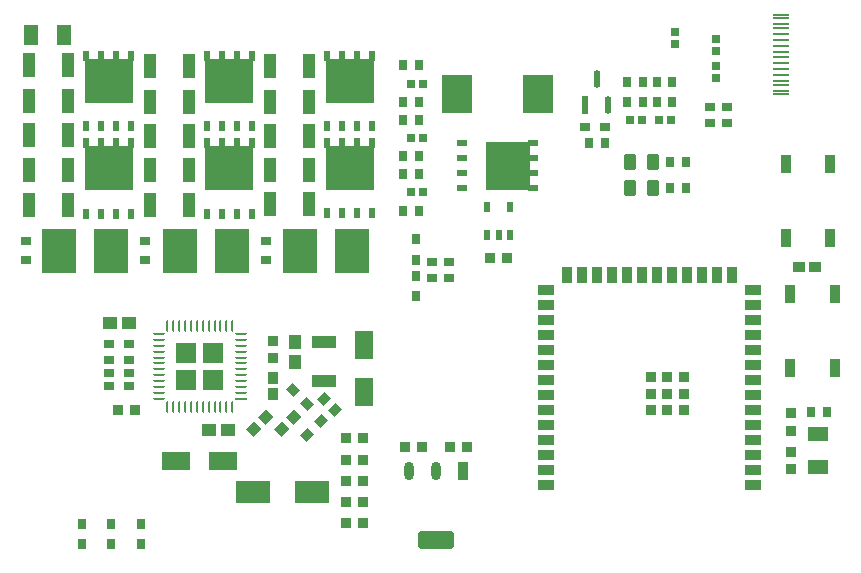
<source format=gtp>
G04*
G04 #@! TF.GenerationSoftware,Altium Limited,Altium Designer,24.0.1 (36)*
G04*
G04 Layer_Color=8421504*
%FSLAX44Y44*%
%MOMM*%
G71*
G04*
G04 #@! TF.SameCoordinates,05413D53-65B9-48FF-A265-3E5B4AF29DD5*
G04*
G04*
G04 #@! TF.FilePolarity,Positive*
G04*
G01*
G75*
%ADD19R,1.6602X1.6602*%
G04:AMPARAMS|DCode=20|XSize=0.9mm|YSize=0.8mm|CornerRadius=0mm|HoleSize=0mm|Usage=FLASHONLY|Rotation=225.000|XOffset=0mm|YOffset=0mm|HoleType=Round|Shape=Rectangle|*
%AMROTATEDRECTD20*
4,1,4,0.0354,0.6010,0.6010,0.0354,-0.0354,-0.6010,-0.6010,-0.0354,0.0354,0.6010,0.0*
%
%ADD20ROTATEDRECTD20*%

G04:AMPARAMS|DCode=21|XSize=0.9054mm|YSize=0.7554mm|CornerRadius=0mm|HoleSize=0mm|Usage=FLASHONLY|Rotation=225.000|XOffset=0mm|YOffset=0mm|HoleType=Round|Shape=Rectangle|*
%AMROTATEDRECTD21*
4,1,4,0.0530,0.5872,0.5872,0.0530,-0.0530,-0.5872,-0.5872,-0.0530,0.0530,0.5872,0.0*
%
%ADD21ROTATEDRECTD21*%

G04:AMPARAMS|DCode=22|XSize=0.9mm|YSize=0.8mm|CornerRadius=0mm|HoleSize=0mm|Usage=FLASHONLY|Rotation=135.000|XOffset=0mm|YOffset=0mm|HoleType=Round|Shape=Rectangle|*
%AMROTATEDRECTD22*
4,1,4,0.6010,-0.0354,0.0354,-0.6010,-0.6010,0.0354,-0.0354,0.6010,0.6010,-0.0354,0.0*
%
%ADD22ROTATEDRECTD22*%

G04:AMPARAMS|DCode=23|XSize=1.5596mm|YSize=3.1321mm|CornerRadius=0.4133mm|HoleSize=0mm|Usage=FLASHONLY|Rotation=270.000|XOffset=0mm|YOffset=0mm|HoleType=Round|Shape=RoundedRectangle|*
%AMROUNDEDRECTD23*
21,1,1.5596,2.3055,0,0,270.0*
21,1,0.7330,3.1321,0,0,270.0*
1,1,0.8266,-1.1528,-0.3665*
1,1,0.8266,-1.1528,0.3665*
1,1,0.8266,1.1528,0.3665*
1,1,0.8266,1.1528,-0.3665*
%
%ADD23ROUNDEDRECTD23*%
G04:AMPARAMS|DCode=24|XSize=1.5596mm|YSize=0.8321mm|CornerRadius=0.4161mm|HoleSize=0mm|Usage=FLASHONLY|Rotation=270.000|XOffset=0mm|YOffset=0mm|HoleType=Round|Shape=RoundedRectangle|*
%AMROUNDEDRECTD24*
21,1,1.5596,0.0000,0,0,270.0*
21,1,0.7275,0.8321,0,0,270.0*
1,1,0.8321,0.0000,-0.3638*
1,1,0.8321,0.0000,0.3638*
1,1,0.8321,0.0000,0.3638*
1,1,0.8321,0.0000,-0.3638*
%
%ADD24ROUNDEDRECTD24*%
%ADD25R,0.8321X1.5596*%
%ADD26R,0.8000X0.9000*%
%ADD27R,0.9054X0.7554*%
%ADD28R,1.0581X0.9121*%
%ADD29R,1.1000X2.0500*%
%ADD30R,0.6654X0.6725*%
G04:AMPARAMS|DCode=31|XSize=1.3401mm|YSize=0.9401mm|CornerRadius=0.0451mm|HoleSize=0mm|Usage=FLASHONLY|Rotation=90.000|XOffset=0mm|YOffset=0mm|HoleType=Round|Shape=RoundedRectangle|*
%AMROUNDEDRECTD31*
21,1,1.3401,0.8500,0,0,90.0*
21,1,1.2500,0.9401,0,0,90.0*
1,1,0.0901,0.4250,0.6250*
1,1,0.0901,0.4250,-0.6250*
1,1,0.0901,-0.4250,-0.6250*
1,1,0.0901,-0.4250,0.6250*
%
%ADD31ROUNDEDRECTD31*%
%ADD32R,0.7554X0.9054*%
%ADD33R,0.9355X1.6355*%
%ADD34R,1.2602X1.7382*%
%ADD35R,0.9581X0.9121*%
%ADD36R,0.9000X0.8000*%
%ADD37R,0.9544X0.7544*%
%ADD38R,2.9208X3.8208*%
%ADD39R,1.4732X0.2932*%
G04:AMPARAMS|DCode=40|XSize=0.2393mm|YSize=1.0096mm|CornerRadius=0.1196mm|HoleSize=0mm|Usage=FLASHONLY|Rotation=180.000|XOffset=0mm|YOffset=0mm|HoleType=Round|Shape=RoundedRectangle|*
%AMROUNDEDRECTD40*
21,1,0.2393,0.7704,0,0,180.0*
21,1,0.0000,1.0096,0,0,180.0*
1,1,0.2393,0.0000,0.3852*
1,1,0.2393,0.0000,0.3852*
1,1,0.2393,0.0000,-0.3852*
1,1,0.2393,0.0000,-0.3852*
%
%ADD40ROUNDEDRECTD40*%
G04:AMPARAMS|DCode=41|XSize=1.0096mm|YSize=0.2393mm|CornerRadius=0.1196mm|HoleSize=0mm|Usage=FLASHONLY|Rotation=180.000|XOffset=0mm|YOffset=0mm|HoleType=Round|Shape=RoundedRectangle|*
%AMROUNDEDRECTD41*
21,1,1.0096,0.0000,0,0,180.0*
21,1,0.7704,0.2393,0,0,180.0*
1,1,0.2393,-0.3852,0.0000*
1,1,0.2393,0.3852,0.0000*
1,1,0.2393,0.3852,0.0000*
1,1,0.2393,-0.3852,0.0000*
%
%ADD41ROUNDEDRECTD41*%
%ADD42R,1.0096X0.2393*%
G04:AMPARAMS|DCode=43|XSize=0.9581mm|YSize=0.9121mm|CornerRadius=0mm|HoleSize=0mm|Usage=FLASHONLY|Rotation=45.000|XOffset=0mm|YOffset=0mm|HoleType=Round|Shape=Rectangle|*
%AMROTATEDRECTD43*
4,1,4,-0.0163,-0.6612,-0.6612,-0.0163,0.0163,0.6612,0.6612,0.0163,-0.0163,-0.6612,0.0*
%
%ADD43ROTATEDRECTD43*%

%ADD44R,0.6725X0.6654*%
%ADD45R,1.1581X1.0121*%
%ADD46R,0.9121X0.9581*%
%ADD47R,1.0121X1.1581*%
%ADD48R,2.0500X1.1000*%
%ADD49R,0.9121X1.0581*%
%ADD50R,4.0385X3.7885*%
%ADD51R,0.4659X0.9659*%
%ADD52R,1.5963X2.3963*%
%ADD53R,2.8770X1.8770*%
%ADD54R,2.5000X3.3000*%
%ADD55R,2.3963X1.5963*%
%ADD56R,0.6113X0.8613*%
%ADD57R,3.7885X4.0385*%
%ADD58R,0.9659X0.4659*%
%ADD59R,0.8538X0.8538*%
%ADD60R,1.4424X0.8424*%
%ADD61R,0.8424X1.4424*%
%ADD62R,1.7582X1.3055*%
G04:AMPARAMS|DCode=63|XSize=1.5052mm|YSize=0.5721mm|CornerRadius=0.2861mm|HoleSize=0mm|Usage=FLASHONLY|Rotation=90.000|XOffset=0mm|YOffset=0mm|HoleType=Round|Shape=RoundedRectangle|*
%AMROUNDEDRECTD63*
21,1,1.5052,0.0000,0,0,90.0*
21,1,0.9331,0.5721,0,0,90.0*
1,1,0.5721,0.0000,0.4666*
1,1,0.5721,0.0000,-0.4666*
1,1,0.5721,0.0000,-0.4666*
1,1,0.5721,0.0000,0.4666*
%
%ADD63ROUNDEDRECTD63*%
%ADD64R,0.5721X1.5052*%
D19*
X-201517Y-356484D02*
D03*
X-178483Y-356482D02*
D03*
X-201517Y-379517D02*
D03*
X-178483Y-379518D02*
D03*
D20*
X-99010Y-426010D02*
D03*
X-86990Y-413990D02*
D03*
D21*
X-75227Y-404773D02*
D03*
X-84773Y-395227D02*
D03*
D22*
X-111010Y-387990D02*
D03*
X-98990Y-400010D02*
D03*
D23*
X10000Y-515262D02*
D03*
D24*
X-13000Y-456738D02*
D03*
X10000D02*
D03*
D25*
X33000D02*
D03*
D26*
X-7000Y-260500D02*
D03*
Y-277500D02*
D03*
Y-291500D02*
D03*
Y-308500D02*
D03*
X210000Y-127500D02*
D03*
Y-144500D02*
D03*
X197000Y-127500D02*
D03*
Y-144500D02*
D03*
X185000Y-127500D02*
D03*
Y-144500D02*
D03*
X172000Y-127500D02*
D03*
Y-144500D02*
D03*
X-290000Y-501500D02*
D03*
Y-518500D02*
D03*
X-265000Y-501500D02*
D03*
Y-518500D02*
D03*
X-240000Y-501500D02*
D03*
Y-518500D02*
D03*
D27*
X7000Y-292750D02*
D03*
Y-279250D02*
D03*
X21000Y-292750D02*
D03*
Y-279250D02*
D03*
X256000Y-161500D02*
D03*
Y-148000D02*
D03*
X241750Y-161500D02*
D03*
Y-148000D02*
D03*
D28*
X330770Y-284000D02*
D03*
X317230D02*
D03*
D29*
X-130500Y-114000D02*
D03*
X-97500D02*
D03*
X-232500D02*
D03*
X-199500D02*
D03*
X-334500Y-113000D02*
D03*
X-301500D02*
D03*
X-130500Y-201890D02*
D03*
X-97500D02*
D03*
X-130500Y-230890D02*
D03*
X-97500D02*
D03*
X-130500Y-172890D02*
D03*
X-97500D02*
D03*
X-130500Y-143890D02*
D03*
X-97500D02*
D03*
X-232500Y-173000D02*
D03*
X-199500Y-173000D02*
D03*
X-232500Y-144000D02*
D03*
X-199500D02*
D03*
X-232500Y-231000D02*
D03*
X-199500Y-231000D02*
D03*
X-232500Y-202000D02*
D03*
X-199500Y-202000D02*
D03*
X-334500Y-172000D02*
D03*
X-301500Y-172000D02*
D03*
X-334500Y-143000D02*
D03*
X-301500Y-143000D02*
D03*
X-334500Y-231000D02*
D03*
X-301500D02*
D03*
X-334500Y-202000D02*
D03*
X-301500D02*
D03*
D30*
X198964Y-159000D02*
D03*
X209036D02*
D03*
X173964D02*
D03*
X184036D02*
D03*
X-964Y-128500D02*
D03*
X-11036D02*
D03*
Y-220500D02*
D03*
X-964D02*
D03*
X-11036Y-174500D02*
D03*
X-964D02*
D03*
D31*
X174500Y-195000D02*
D03*
X193500D02*
D03*
X174500Y-217000D02*
D03*
X193500D02*
D03*
D32*
X208250Y-195000D02*
D03*
X221750D02*
D03*
X208250Y-217000D02*
D03*
X221750D02*
D03*
X341250Y-406500D02*
D03*
X327750D02*
D03*
X-17750Y-205000D02*
D03*
X-4250D02*
D03*
Y-236000D02*
D03*
X-17750D02*
D03*
X-17750Y-159000D02*
D03*
X-4250D02*
D03*
Y-190000D02*
D03*
X-17750D02*
D03*
X139250Y-179000D02*
D03*
X152750D02*
D03*
X-17750Y-113000D02*
D03*
X-4250D02*
D03*
Y-144000D02*
D03*
X-17750D02*
D03*
D33*
X310000Y-306500D02*
D03*
Y-369500D02*
D03*
X348000Y-306500D02*
D03*
Y-369500D02*
D03*
X306000Y-196500D02*
D03*
Y-259500D02*
D03*
X344000Y-196500D02*
D03*
Y-259500D02*
D03*
D34*
X-304818Y-87000D02*
D03*
X-333182D02*
D03*
D35*
X-16270Y-436000D02*
D03*
X-1730D02*
D03*
X-259540Y-405000D02*
D03*
X-245000D02*
D03*
X21730Y-436000D02*
D03*
X36270D02*
D03*
X-66270Y-429000D02*
D03*
X-51730D02*
D03*
Y-447000D02*
D03*
X-66270D02*
D03*
X-51730Y-501000D02*
D03*
X-66270D02*
D03*
X-51730Y-483000D02*
D03*
X-66270D02*
D03*
X-51730Y-465000D02*
D03*
X-66270D02*
D03*
X55730Y-276000D02*
D03*
X70270D02*
D03*
D36*
X-249500Y-373750D02*
D03*
X-266500D02*
D03*
X-249500Y-384750D02*
D03*
X-266500D02*
D03*
X-249500Y-362750D02*
D03*
X-266500D02*
D03*
X-249500Y-349000D02*
D03*
X-266500D02*
D03*
X136500Y-165000D02*
D03*
X153500D02*
D03*
D37*
X-134000Y-262000D02*
D03*
X-134000Y-278000D02*
D03*
X-236000Y-262000D02*
D03*
X-236000Y-278000D02*
D03*
X-337000Y-262000D02*
D03*
X-337000Y-278000D02*
D03*
D38*
X-265000Y-270000D02*
D03*
X-309000Y-270000D02*
D03*
X-163000Y-270000D02*
D03*
X-207000Y-270000D02*
D03*
X-61000Y-269890D02*
D03*
X-105000Y-269890D02*
D03*
D39*
X302300Y-137400D02*
D03*
Y-134400D02*
D03*
Y-129400D02*
D03*
Y-126400D02*
D03*
Y-121400D02*
D03*
Y-116400D02*
D03*
Y-111400D02*
D03*
Y-106400D02*
D03*
Y-101400D02*
D03*
Y-96400D02*
D03*
Y-91400D02*
D03*
Y-86400D02*
D03*
Y-81400D02*
D03*
Y-78400D02*
D03*
Y-73400D02*
D03*
X302300Y-70399D02*
D03*
D40*
X-162500Y-402513D02*
D03*
X-167500D02*
D03*
X-172500D02*
D03*
X-177500D02*
D03*
X-182500D02*
D03*
X-187500D02*
D03*
X-192500D02*
D03*
X-197500D02*
D03*
X-202500D02*
D03*
X-207500D02*
D03*
X-212500D02*
D03*
X-217500D02*
D03*
X-217500Y-333488D02*
D03*
X-212500D02*
D03*
X-207500D02*
D03*
X-202500D02*
D03*
X-197500D02*
D03*
X-192500D02*
D03*
X-187500D02*
D03*
X-182500D02*
D03*
X-177500D02*
D03*
X-172500D02*
D03*
X-167500D02*
D03*
X-162500D02*
D03*
D41*
X-224512Y-395500D02*
D03*
Y-390500D02*
D03*
Y-385500D02*
D03*
Y-380500D02*
D03*
X-224513Y-375500D02*
D03*
Y-370500D02*
D03*
Y-365500D02*
D03*
X-224512Y-360500D02*
D03*
Y-355500D02*
D03*
Y-350500D02*
D03*
Y-345500D02*
D03*
Y-340500D02*
D03*
X-155487D02*
D03*
Y-345500D02*
D03*
Y-350500D02*
D03*
Y-355500D02*
D03*
Y-360500D02*
D03*
Y-365500D02*
D03*
Y-370500D02*
D03*
Y-375500D02*
D03*
Y-380500D02*
D03*
Y-385500D02*
D03*
Y-390500D02*
D03*
D42*
Y-395500D02*
D03*
D43*
X-109859Y-410859D02*
D03*
X-120141Y-421141D02*
D03*
X-133859Y-410859D02*
D03*
X-144141Y-421141D02*
D03*
D44*
X212000Y-85000D02*
D03*
Y-95071D02*
D03*
X246750Y-101286D02*
D03*
Y-91214D02*
D03*
Y-113714D02*
D03*
Y-123786D02*
D03*
D45*
X-266270Y-331000D02*
D03*
X-249730D02*
D03*
X-166000Y-422000D02*
D03*
X-182540D02*
D03*
D46*
X-128000Y-346730D02*
D03*
Y-361270D02*
D03*
X310500Y-422270D02*
D03*
Y-407730D02*
D03*
Y-440480D02*
D03*
Y-455020D02*
D03*
D47*
X-109000Y-364270D02*
D03*
Y-347730D02*
D03*
D48*
X-85000Y-380500D02*
D03*
Y-347500D02*
D03*
D49*
X-128000Y-391770D02*
D03*
Y-378230D02*
D03*
D50*
X-63000Y-126000D02*
D03*
Y-199890D02*
D03*
X-165000Y-126000D02*
D03*
Y-200000D02*
D03*
X-267000Y-126000D02*
D03*
Y-200000D02*
D03*
D51*
X-82050Y-105190D02*
D03*
X-69350D02*
D03*
X-56650D02*
D03*
X-43950D02*
D03*
Y-164590D02*
D03*
X-56650Y-164590D02*
D03*
X-69350D02*
D03*
X-82050Y-164590D02*
D03*
Y-179080D02*
D03*
X-69350Y-179080D02*
D03*
X-56650D02*
D03*
X-43950Y-179080D02*
D03*
Y-238480D02*
D03*
X-56650Y-238480D02*
D03*
X-69350D02*
D03*
X-82050Y-238480D02*
D03*
X-184050Y-105190D02*
D03*
X-171350D02*
D03*
X-158650D02*
D03*
X-145950D02*
D03*
Y-164590D02*
D03*
X-158650D02*
D03*
X-171350D02*
D03*
X-184050D02*
D03*
Y-179190D02*
D03*
X-171350Y-179190D02*
D03*
X-158650D02*
D03*
X-145950Y-179190D02*
D03*
Y-238590D02*
D03*
X-158650Y-238590D02*
D03*
X-171350D02*
D03*
X-184050Y-238590D02*
D03*
X-286050Y-105190D02*
D03*
X-273350D02*
D03*
X-260650D02*
D03*
X-247950D02*
D03*
Y-164590D02*
D03*
X-260650D02*
D03*
X-273350D02*
D03*
X-286050D02*
D03*
Y-179190D02*
D03*
X-273350Y-179190D02*
D03*
X-260650D02*
D03*
X-247950Y-179190D02*
D03*
Y-238590D02*
D03*
X-260650Y-238590D02*
D03*
X-273350D02*
D03*
X-286050Y-238590D02*
D03*
D52*
X-51000Y-390000D02*
D03*
Y-350000D02*
D03*
D53*
X-145000Y-474000D02*
D03*
X-95000D02*
D03*
D54*
X96500Y-137000D02*
D03*
X27500D02*
D03*
D55*
X-170000Y-448000D02*
D03*
X-210000D02*
D03*
D56*
X53500Y-257000D02*
D03*
X63000D02*
D03*
X72500D02*
D03*
Y-233000D02*
D03*
X53500D02*
D03*
D57*
X71000Y-198000D02*
D03*
D58*
X91810Y-178950D02*
D03*
Y-191650D02*
D03*
Y-204350D02*
D03*
Y-217050D02*
D03*
X32410D02*
D03*
X32410Y-204350D02*
D03*
Y-191650D02*
D03*
X32410Y-178950D02*
D03*
D59*
X206000Y-391000D02*
D03*
X220000Y-391000D02*
D03*
X192000D02*
D03*
X220000Y-377000D02*
D03*
X206000D02*
D03*
X192000D02*
D03*
X220000Y-405000D02*
D03*
X206000Y-405000D02*
D03*
X192000D02*
D03*
D60*
X278500Y-468200D02*
D03*
X278500Y-455500D02*
D03*
X278500Y-442800D02*
D03*
Y-430100D02*
D03*
Y-417400D02*
D03*
Y-404700D02*
D03*
Y-392000D02*
D03*
Y-379300D02*
D03*
Y-366600D02*
D03*
Y-353900D02*
D03*
Y-341200D02*
D03*
Y-328500D02*
D03*
X278500Y-315800D02*
D03*
X278500Y-303100D02*
D03*
X103500Y-303100D02*
D03*
Y-315800D02*
D03*
Y-328500D02*
D03*
X103500Y-341200D02*
D03*
Y-353900D02*
D03*
X103500Y-366600D02*
D03*
Y-379300D02*
D03*
Y-392000D02*
D03*
X103500Y-404700D02*
D03*
X103500Y-417400D02*
D03*
X103500Y-430100D02*
D03*
Y-442800D02*
D03*
Y-455500D02*
D03*
Y-468200D02*
D03*
D61*
X260850Y-290600D02*
D03*
X248150D02*
D03*
X235450D02*
D03*
X222750Y-290600D02*
D03*
X210050Y-290600D02*
D03*
X197350D02*
D03*
X184650D02*
D03*
X171950D02*
D03*
X159250D02*
D03*
X146550D02*
D03*
X133850D02*
D03*
X121150D02*
D03*
D62*
X333750Y-425236D02*
D03*
Y-452764D02*
D03*
D63*
X146000Y-124995D02*
D03*
X155500Y-147005D02*
D03*
D64*
X136500D02*
D03*
M02*

</source>
